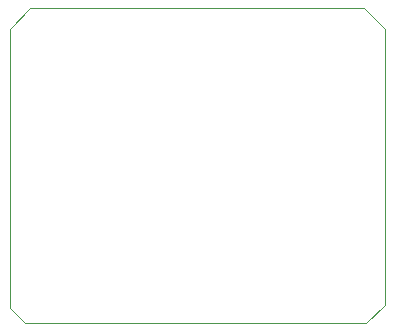
<source format=gbr>
G04*
G04 #@! TF.GenerationSoftware,Altium Limited,Altium Designer,25.8.1 (18)*
G04*
G04 Layer_Color=0*
%FSLAX42Y42*%
%MOMM*%
G71*
G04*
G04 #@! TF.SameCoordinates,2F32B27C-ED81-4B25-BD7C-17359FCC7723*
G04*
G04*
G04 #@! TF.FilePolarity,Positive*
G04*
G01*
G75*
%ADD28C,0.03*%
D28*
X4801Y9627D02*
X4674Y9754D01*
Y12116D01*
X4851Y12294D01*
X7671D01*
X7849Y12116D01*
Y9779D01*
X7696Y9627D01*
X4801D01*
M02*

</source>
